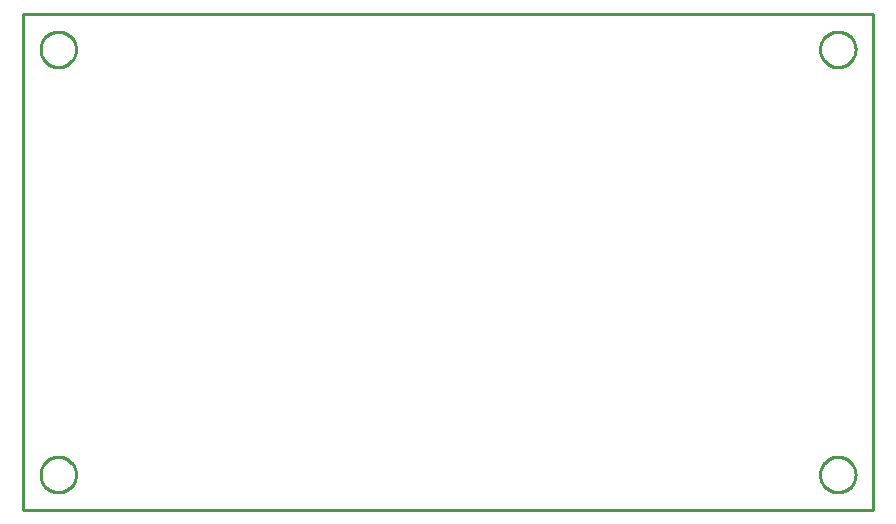
<source format=gbr>
G04 EAGLE Gerber RS-274X export*
G75*
%MOMM*%
%FSLAX34Y34*%
%LPD*%
%IN*%
%IPPOS*%
%AMOC8*
5,1,8,0,0,1.08239X$1,22.5*%
G01*
%ADD10C,0.254000*%


D10*
X0Y0D02*
X720000Y0D01*
X720000Y420000D01*
X0Y420000D01*
X0Y0D01*
X45000Y389464D02*
X44924Y388396D01*
X44771Y387335D01*
X44543Y386288D01*
X44241Y385260D01*
X43867Y384256D01*
X43422Y383281D01*
X42908Y382341D01*
X42329Y381440D01*
X41687Y380582D01*
X40985Y379772D01*
X40228Y379015D01*
X39418Y378313D01*
X38560Y377671D01*
X37659Y377092D01*
X36719Y376578D01*
X35744Y376133D01*
X34740Y375759D01*
X33712Y375457D01*
X32665Y375229D01*
X31604Y375076D01*
X30536Y375000D01*
X29464Y375000D01*
X28396Y375076D01*
X27335Y375229D01*
X26288Y375457D01*
X25260Y375759D01*
X24256Y376133D01*
X23281Y376578D01*
X22341Y377092D01*
X21440Y377671D01*
X20582Y378313D01*
X19772Y379015D01*
X19015Y379772D01*
X18313Y380582D01*
X17671Y381440D01*
X17092Y382341D01*
X16578Y383281D01*
X16133Y384256D01*
X15759Y385260D01*
X15457Y386288D01*
X15229Y387335D01*
X15076Y388396D01*
X15000Y389464D01*
X15000Y390536D01*
X15076Y391604D01*
X15229Y392665D01*
X15457Y393712D01*
X15759Y394740D01*
X16133Y395744D01*
X16578Y396719D01*
X17092Y397659D01*
X17671Y398560D01*
X18313Y399418D01*
X19015Y400228D01*
X19772Y400985D01*
X20582Y401687D01*
X21440Y402329D01*
X22341Y402908D01*
X23281Y403422D01*
X24256Y403867D01*
X25260Y404241D01*
X26288Y404543D01*
X27335Y404771D01*
X28396Y404924D01*
X29464Y405000D01*
X30536Y405000D01*
X31604Y404924D01*
X32665Y404771D01*
X33712Y404543D01*
X34740Y404241D01*
X35744Y403867D01*
X36719Y403422D01*
X37659Y402908D01*
X38560Y402329D01*
X39418Y401687D01*
X40228Y400985D01*
X40985Y400228D01*
X41687Y399418D01*
X42329Y398560D01*
X42908Y397659D01*
X43422Y396719D01*
X43867Y395744D01*
X44241Y394740D01*
X44543Y393712D01*
X44771Y392665D01*
X44924Y391604D01*
X45000Y390536D01*
X45000Y389464D01*
X45000Y29464D02*
X44924Y28396D01*
X44771Y27335D01*
X44543Y26288D01*
X44241Y25260D01*
X43867Y24256D01*
X43422Y23281D01*
X42908Y22341D01*
X42329Y21440D01*
X41687Y20582D01*
X40985Y19772D01*
X40228Y19015D01*
X39418Y18313D01*
X38560Y17671D01*
X37659Y17092D01*
X36719Y16578D01*
X35744Y16133D01*
X34740Y15759D01*
X33712Y15457D01*
X32665Y15229D01*
X31604Y15076D01*
X30536Y15000D01*
X29464Y15000D01*
X28396Y15076D01*
X27335Y15229D01*
X26288Y15457D01*
X25260Y15759D01*
X24256Y16133D01*
X23281Y16578D01*
X22341Y17092D01*
X21440Y17671D01*
X20582Y18313D01*
X19772Y19015D01*
X19015Y19772D01*
X18313Y20582D01*
X17671Y21440D01*
X17092Y22341D01*
X16578Y23281D01*
X16133Y24256D01*
X15759Y25260D01*
X15457Y26288D01*
X15229Y27335D01*
X15076Y28396D01*
X15000Y29464D01*
X15000Y30536D01*
X15076Y31604D01*
X15229Y32665D01*
X15457Y33712D01*
X15759Y34740D01*
X16133Y35744D01*
X16578Y36719D01*
X17092Y37659D01*
X17671Y38560D01*
X18313Y39418D01*
X19015Y40228D01*
X19772Y40985D01*
X20582Y41687D01*
X21440Y42329D01*
X22341Y42908D01*
X23281Y43422D01*
X24256Y43867D01*
X25260Y44241D01*
X26288Y44543D01*
X27335Y44771D01*
X28396Y44924D01*
X29464Y45000D01*
X30536Y45000D01*
X31604Y44924D01*
X32665Y44771D01*
X33712Y44543D01*
X34740Y44241D01*
X35744Y43867D01*
X36719Y43422D01*
X37659Y42908D01*
X38560Y42329D01*
X39418Y41687D01*
X40228Y40985D01*
X40985Y40228D01*
X41687Y39418D01*
X42329Y38560D01*
X42908Y37659D01*
X43422Y36719D01*
X43867Y35744D01*
X44241Y34740D01*
X44543Y33712D01*
X44771Y32665D01*
X44924Y31604D01*
X45000Y30536D01*
X45000Y29464D01*
X705000Y29464D02*
X704924Y28396D01*
X704771Y27335D01*
X704543Y26288D01*
X704241Y25260D01*
X703867Y24256D01*
X703422Y23281D01*
X702908Y22341D01*
X702329Y21440D01*
X701687Y20582D01*
X700985Y19772D01*
X700228Y19015D01*
X699418Y18313D01*
X698560Y17671D01*
X697659Y17092D01*
X696719Y16578D01*
X695744Y16133D01*
X694740Y15759D01*
X693712Y15457D01*
X692665Y15229D01*
X691604Y15076D01*
X690536Y15000D01*
X689464Y15000D01*
X688396Y15076D01*
X687335Y15229D01*
X686288Y15457D01*
X685260Y15759D01*
X684256Y16133D01*
X683281Y16578D01*
X682341Y17092D01*
X681440Y17671D01*
X680582Y18313D01*
X679772Y19015D01*
X679015Y19772D01*
X678313Y20582D01*
X677671Y21440D01*
X677092Y22341D01*
X676578Y23281D01*
X676133Y24256D01*
X675759Y25260D01*
X675457Y26288D01*
X675229Y27335D01*
X675076Y28396D01*
X675000Y29464D01*
X675000Y30536D01*
X675076Y31604D01*
X675229Y32665D01*
X675457Y33712D01*
X675759Y34740D01*
X676133Y35744D01*
X676578Y36719D01*
X677092Y37659D01*
X677671Y38560D01*
X678313Y39418D01*
X679015Y40228D01*
X679772Y40985D01*
X680582Y41687D01*
X681440Y42329D01*
X682341Y42908D01*
X683281Y43422D01*
X684256Y43867D01*
X685260Y44241D01*
X686288Y44543D01*
X687335Y44771D01*
X688396Y44924D01*
X689464Y45000D01*
X690536Y45000D01*
X691604Y44924D01*
X692665Y44771D01*
X693712Y44543D01*
X694740Y44241D01*
X695744Y43867D01*
X696719Y43422D01*
X697659Y42908D01*
X698560Y42329D01*
X699418Y41687D01*
X700228Y40985D01*
X700985Y40228D01*
X701687Y39418D01*
X702329Y38560D01*
X702908Y37659D01*
X703422Y36719D01*
X703867Y35744D01*
X704241Y34740D01*
X704543Y33712D01*
X704771Y32665D01*
X704924Y31604D01*
X705000Y30536D01*
X705000Y29464D01*
X705000Y389464D02*
X704924Y388396D01*
X704771Y387335D01*
X704543Y386288D01*
X704241Y385260D01*
X703867Y384256D01*
X703422Y383281D01*
X702908Y382341D01*
X702329Y381440D01*
X701687Y380582D01*
X700985Y379772D01*
X700228Y379015D01*
X699418Y378313D01*
X698560Y377671D01*
X697659Y377092D01*
X696719Y376578D01*
X695744Y376133D01*
X694740Y375759D01*
X693712Y375457D01*
X692665Y375229D01*
X691604Y375076D01*
X690536Y375000D01*
X689464Y375000D01*
X688396Y375076D01*
X687335Y375229D01*
X686288Y375457D01*
X685260Y375759D01*
X684256Y376133D01*
X683281Y376578D01*
X682341Y377092D01*
X681440Y377671D01*
X680582Y378313D01*
X679772Y379015D01*
X679015Y379772D01*
X678313Y380582D01*
X677671Y381440D01*
X677092Y382341D01*
X676578Y383281D01*
X676133Y384256D01*
X675759Y385260D01*
X675457Y386288D01*
X675229Y387335D01*
X675076Y388396D01*
X675000Y389464D01*
X675000Y390536D01*
X675076Y391604D01*
X675229Y392665D01*
X675457Y393712D01*
X675759Y394740D01*
X676133Y395744D01*
X676578Y396719D01*
X677092Y397659D01*
X677671Y398560D01*
X678313Y399418D01*
X679015Y400228D01*
X679772Y400985D01*
X680582Y401687D01*
X681440Y402329D01*
X682341Y402908D01*
X683281Y403422D01*
X684256Y403867D01*
X685260Y404241D01*
X686288Y404543D01*
X687335Y404771D01*
X688396Y404924D01*
X689464Y405000D01*
X690536Y405000D01*
X691604Y404924D01*
X692665Y404771D01*
X693712Y404543D01*
X694740Y404241D01*
X695744Y403867D01*
X696719Y403422D01*
X697659Y402908D01*
X698560Y402329D01*
X699418Y401687D01*
X700228Y400985D01*
X700985Y400228D01*
X701687Y399418D01*
X702329Y398560D01*
X702908Y397659D01*
X703422Y396719D01*
X703867Y395744D01*
X704241Y394740D01*
X704543Y393712D01*
X704771Y392665D01*
X704924Y391604D01*
X705000Y390536D01*
X705000Y389464D01*
M02*

</source>
